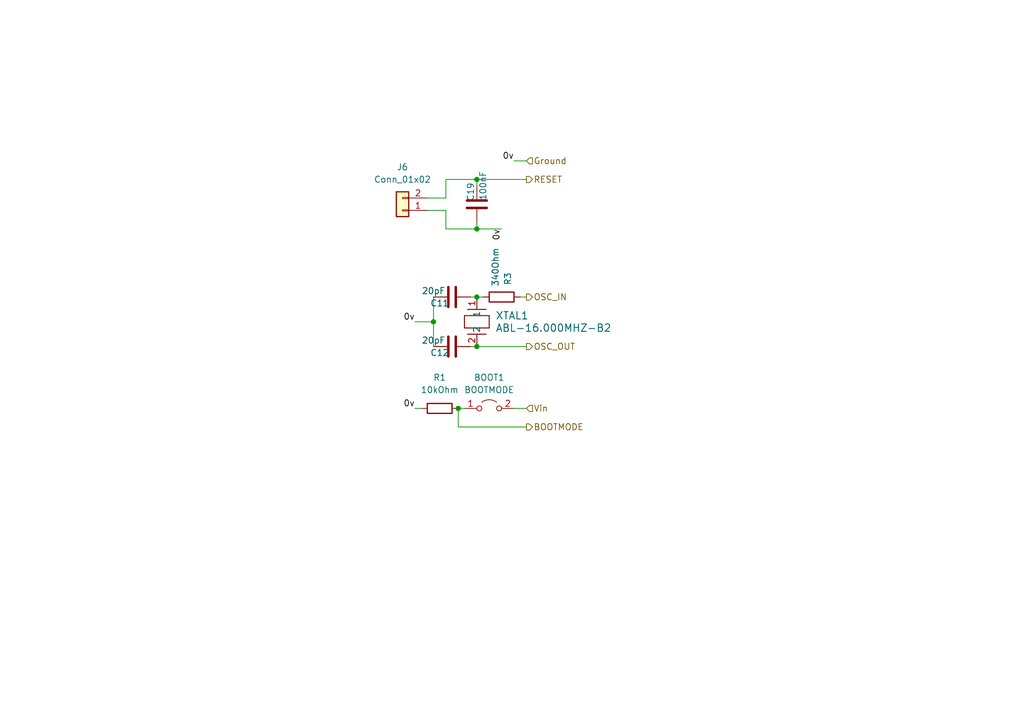
<source format=kicad_sch>
(kicad_sch (version 20230121) (generator eeschema)
  (paper "A5")
  (lib_symbols
    (symbol "ABL-16.000MHZ-B1U-T:ABL-16.000MHZ-B2" (pin_names (offset 0.254))
      (property "Reference" "XTAL" (at 5.08 4.445 0))
      (property "Value" "ABL-16.000MHZ-B2" (at 5.08 -4.445 0))
      (symbol "ABL-16.000MHZ-B2_1_1"
        (polyline (pts (xy 2.54 -1.905) (xy 2.54 1.905)) (stroke (width 0.2032)))
        (polyline (pts (xy 3.81 -2.54) (xy 3.81 2.54)) (stroke (width 0.2032)))
        (polyline (pts (xy 3.81 2.54) (xy 6.35 2.54)) (stroke (width 0.2032)))
        (polyline (pts (xy 6.35 -2.54) (xy 3.81 -2.54)) (stroke (width 0.2032)))
        (polyline (pts (xy 6.35 2.54) (xy 6.35 -2.54)) (stroke (width 0.2032)))
        (polyline (pts (xy 7.62 -1.905) (xy 7.62 1.905)) (stroke (width 0.2032)))
        (pin unspecified line (at 0 0 0) (length 2.54) (name "1") (number "1"))
        (pin unspecified line (at 10.16 0 180) (length 2.54) (name "2") (number "2"))
      )
      (symbol "ABL-16.000MHZ-B2_1_2"
        (polyline (pts (xy -2.54 3.81) (xy -2.54 6.35)) (stroke (width 0.2032)))
        (polyline (pts (xy -2.54 6.35) (xy 2.54 6.35)) (stroke (width 0.2032)))
        (polyline (pts (xy 1.905 2.54) (xy -1.905 2.54)) (stroke (width 0.2032)))
        (polyline (pts (xy 1.905 7.62) (xy -1.905 7.62)) (stroke (width 0.2032)))
        (polyline (pts (xy 2.54 3.81) (xy -2.54 3.81)) (stroke (width 0.2032)))
        (polyline (pts (xy 2.54 6.35) (xy 2.54 3.81)) (stroke (width 0.2032)))
        (pin unspecified line (at 0 0 90) (length 2.54) (name "1") (number "1"))
        (pin unspecified line (at 0 10.16 270) (length 2.54) (name "2") (number "2"))
      )
    )
    (symbol "Connector_Generic:Conn_01x02" (pin_names (offset 1.016) hide)
      (property "Reference" "J" (at 0 2.54 0))
      (property "Value" "Conn_01x02" (at 0 -5.08 0))
      (symbol "Conn_01x02_1_1"
        (rectangle (start -1.27 -2.413) (end 0 -2.667) (stroke (width 0.1524)))
        (rectangle (start -1.27 0.127) (end 0 -0.127) (stroke (width 0.1524)))
        (rectangle (start -1.27 1.27) (end 1.27 -3.81) (stroke (width 0.254)) (fill (type background)))
        (pin passive line (at -5.08 0 0) (length 3.81) (name "Pin_1") (number "1"))
        (pin passive line (at -5.08 -2.54 0) (length 3.81) (name "Pin_2") (number "2"))
      )
    )
    (symbol "Device:C" (pin_numbers hide) (pin_names (offset 0.254))
      (property "Reference" "C" (at 0.635 2.54 0))
      (property "Value" "C" (at 0.635 -2.54 0))
      (symbol "C_0_1"
        (polyline (pts (xy -2.032 -0.762) (xy 2.032 -0.762)) (stroke (width 0.508)))
        (polyline (pts (xy -2.032 0.762) (xy 2.032 0.762)) (stroke (width 0.508)))
      )
      (symbol "C_1_1"
        (pin passive line (at 0 3.81 270) (length 2.794) (name "~") (number "1"))
        (pin passive line (at 0 -3.81 90) (length 2.794) (name "~") (number "2"))
      )
    )
    (symbol "Device:R" (pin_numbers hide) (pin_names (offset 0))
      (property "Reference" "R" (at 2.032 0 90))
      (property "Value" "R" (at 0 0 90))
      (symbol "R_0_1"
        (rectangle (start -1.016 -2.54) (end 1.016 2.54) (stroke (width 0.254)))
      )
      (symbol "R_1_1"
        (pin passive line (at 0 3.81 270) (length 1.27) (name "~") (number "1"))
        (pin passive line (at 0 -3.81 90) (length 1.27) (name "~") (number "2"))
      )
    )
    (symbol "Jumper:Jumper_2_Open" (pin_names (offset 0) hide)
      (property "Reference" "JP" (at 0 2.794 0))
      (property "Value" "Jumper_2_Open" (at 0 -2.286 0))
      (symbol "Jumper_2_Open_0_0"
        (circle (center -2.032 0) (radius 0.508))
        (circle (center 2.032 0) (radius 0.508))
      )
      (symbol "Jumper_2_Open_0_1"
        (arc (start 1.524 1.27) (mid 0 1.778) (end -1.524 1.27))
      )
      (symbol "Jumper_2_Open_1_1"
        (pin passive line (at -5.08 0 0) (length 2.54) (name "A") (number "1"))
        (pin passive line (at 5.08 0 180) (length 2.54) (name "B") (number "2"))
      )
    )
  )
  (junction (at 93.98 83.82))
  (junction (at 97.79 60.96))
  (junction (at 97.79 36.83))
  (junction (at 97.79 71.12))
  (junction (at 97.79 46.99))
  (junction (at 88.9 66.04))
  (wire (pts (xy 91.44 36.83) (xy 97.79 36.83)))
  (wire (pts (xy 91.44 40.64) (xy 91.44 36.83)))
  (wire (pts (xy 107.95 87.63) (xy 93.98 87.63)))
  (wire (pts (xy 97.79 45.72) (xy 97.79 46.99)))
  (wire (pts (xy 107.95 36.83) (xy 97.79 36.83)))
  (wire (pts (xy 105.41 83.82) (xy 107.95 83.82)))
  (wire (pts (xy 107.95 60.96) (xy 106.68 60.96)))
  (wire (pts (xy 85.09 83.82) (xy 86.36 83.82)))
  (wire (pts (xy 91.44 43.18) (xy 91.44 46.99)))
  (wire (pts (xy 88.9 66.04) (xy 88.9 71.12)))
  (wire (pts (xy 97.79 38.1) (xy 97.79 36.83)))
  (wire (pts (xy 96.52 71.12) (xy 97.79 71.12)))
  (wire (pts (xy 91.44 46.99) (xy 97.79 46.99)))
  (wire (pts (xy 87.63 43.18) (xy 91.44 43.18)))
  (wire (pts (xy 88.9 60.96) (xy 88.9 66.04)))
  (wire (pts (xy 87.63 40.64) (xy 91.44 40.64)))
  (wire (pts (xy 96.52 60.96) (xy 97.79 60.96)))
  (wire (pts (xy 97.79 60.96) (xy 99.06 60.96)))
  (wire (pts (xy 88.9 66.04) (xy 85.09 66.04)))
  (wire (pts (xy 93.98 87.63) (xy 93.98 83.82)))
  (wire (pts (xy 95.25 83.82) (xy 93.98 83.82)))
  (wire (pts (xy 97.79 46.99) (xy 102.87 46.99)))
  (wire (pts (xy 105.41 33.02) (xy 107.95 33.02)))
  (wire (pts (xy 97.79 71.12) (xy 107.95 71.12)))
  (label "0v" (at 102.87 46.99 270))
  (label "0v" (at 85.09 83.82 180))
  (label "0v" (at 85.09 66.04 180))
  (label "0v" (at 105.41 33.02 180))
  (hierarchical_label "Vin" (shape input) (at 107.95 83.82 0))
  (hierarchical_label "OSC_IN" (shape output) (at 107.95 60.96 0))
  (hierarchical_label "OSC_OUT" (shape output) (at 107.95 71.12 0))
  (hierarchical_label "RESET" (shape output) (at 107.95 36.83 0))
  (hierarchical_label "BOOTMODE" (shape output) (at 107.95 87.63 0))
  (hierarchical_label "Ground" (shape input) (at 107.95 33.02 0))
  (symbol (lib_id "ABL-16.000MHZ-B1U-T:ABL-16.000MHZ-B2") (at 97.79 60.96 270) (unit 1)
    (property "Reference" "XTAL1" (at 101.6 64.77 90) (effects (font (size 1.524 1.524)) (justify left)))
    (property "Value" "ABL-16.000MHZ-B2" (at 101.6 67.31 90) (effects (font (size 1.524 1.524)) (justify left)))
    (property "Footprint" "ABL-16.000MHZ-B1U-T:XTAL_ABL-16_ABR" (effects hide))
    (property "Datasheet" "ABL-16.000MHZ-B2" (effects hide))
  )
  (symbol (lib_id "Connector_Generic:Conn_01x02") (at 82.55 43.18 180) (unit 1)
    (property "Reference" "J6" (at 82.55 34.29 0))
    (property "Value" "Conn_01x02" (at 82.55 36.83 0))
    (property "Footprint" "Connector_PinHeader_2.54mm:PinHeader_1x02_P2.54mm_Horizontal" (effects hide))
  )
  (symbol (lib_id "Device:C") (at 97.79 41.91 180) (unit 1)
    (property "Reference" "C19" (at 96.52 39.37 90))
    (property "Value" "100nF" (at 99.06 38.1 90))
    (property "Footprint" "Capacitor_SMD:C_0603_1608Metric" (effects hide))
    (instances (project "hand" (path "" (reference "C19") (unit 1))) (project "shoulder" (path "" (reference "C5") (unit 1))))
  )
  (symbol (lib_id "Device:C") (at 92.71 71.12 270) (unit 1)
    (property "Reference" "C12" (at 90.17 72.39 90))
    (property "Value" "20pF" (at 88.9 69.85 90))
    (property "Footprint" "Capacitor_SMD:C_0603_1608Metric" (effects hide))
    (instances (project "hand" (path "" (reference "C12") (unit 1))) (project "shoulder" (path "" (reference "C7") (unit 1))))
  )
  (symbol (lib_id "Device:C") (at 92.71 60.96 270) (unit 1)
    (property "Reference" "C11" (at 90.17 62.23 90))
    (property "Value" "20pF" (at 88.9 59.69 90))
    (property "Footprint" "Capacitor_SMD:C_0603_1608Metric" (effects hide))
    (instances (project "hand" (path "" (reference "C11") (unit 1))) (project "shoulder" (path "" (reference "C6") (unit 1))))
  )
  (symbol (lib_id "Device:R") (at 102.87 60.96 270) (unit 1)
    (property "Reference" "R3" (at 104.14 55.88 0) (effects (justify left)))
    (property "Value" "340Ohm" (at 101.6 50.8 0) (effects (justify left)))
    (property "Footprint" "Resistor_SMD:R_0805_2012Metric" (effects hide))
    (instances (project "hand" (path "" (reference "R3") (unit 1))) (project "shoulder" (path "" (reference "R6") (unit 1))))
  )
  (symbol (lib_id "Device:R") (at 90.17 83.82 90) (unit 1)
    (property "Reference" "R1" (at 90.17 77.47 90))
    (property "Value" "10kOhm" (at 90.17 80.01 90))
    (property "Footprint" "Resistor_SMD:R_0805_2012Metric" (effects hide))
    (instances (project "hand" (path "" (reference "R1") (unit 1))) (project "shoulder" (path "" (reference "R7") (unit 1))))
  )
  (symbol (lib_id "Jumper:Jumper_2_Open") (at 100.33 83.82 0) (unit 1)
    (property "Reference" "BOOT1" (at 100.33 77.47 0))
    (property "Value" "BOOTMODE" (at 100.33 80.01 0))
    (property "Footprint" "Connector_PinHeader_2.54mm:PinHeader_1x02_P2.54mm_Horizontal" (effects hide))
  )
)
</source>
